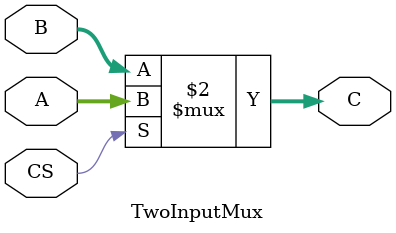
<source format=sv>
`timescale 1ns / 1ps


module TwoInputMux(
    input wire logic [31:0] A, B, // inputs 
    input wire logic CS, // control signal  
    output logic [31:0] C // output 
    );
    
    assign C = (CS == 1) ? A : B;  
    
endmodule

</source>
